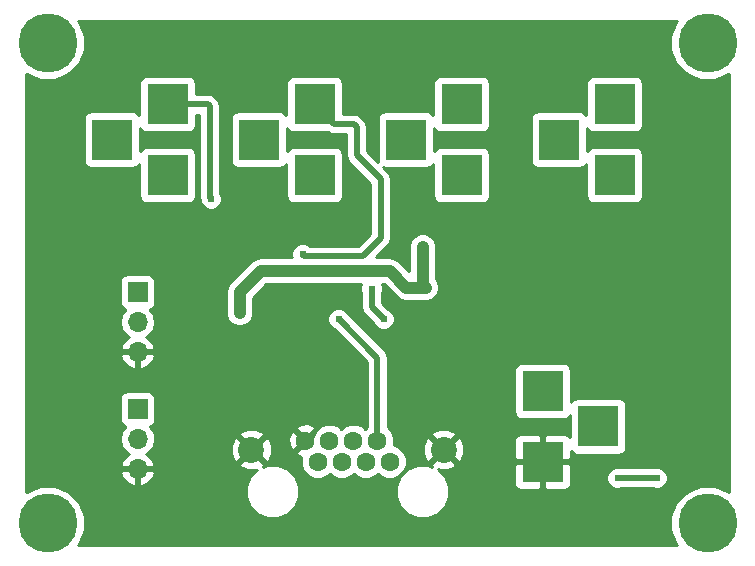
<source format=gbr>
G04 #@! TF.FileFunction,Copper,L2,Bot,Signal*
%FSLAX46Y46*%
G04 Gerber Fmt 4.6, Leading zero omitted, Abs format (unit mm)*
G04 Created by KiCad (PCBNEW 4.0.7) date 06/27/18 16:09:00*
%MOMM*%
%LPD*%
G01*
G04 APERTURE LIST*
%ADD10C,0.100000*%
%ADD11C,2.200000*%
%ADD12C,1.600000*%
%ADD13R,1.700000X1.700000*%
%ADD14O,1.700000X1.700000*%
%ADD15R,3.500000X3.500000*%
%ADD16C,5.000000*%
%ADD17C,1.016000*%
%ADD18C,0.609600*%
%ADD19C,1.016000*%
%ADD20C,0.508000*%
%ADD21C,0.500000*%
%ADD22C,0.254000*%
G04 APERTURE END LIST*
D10*
D11*
X45210000Y-62360000D03*
X61470000Y-62360000D03*
D12*
X52840000Y-63380000D03*
X54870000Y-63380000D03*
X51810000Y-61600000D03*
X53840000Y-61600000D03*
X49780000Y-61600000D03*
X50810000Y-63380000D03*
X55870000Y-61600000D03*
X56900000Y-63380000D03*
D13*
X35560000Y-49022000D03*
D14*
X35560000Y-51562000D03*
X35560000Y-54102000D03*
D13*
X35560000Y-58928000D03*
D14*
X35560000Y-61468000D03*
X35560000Y-64008000D03*
D15*
X69850000Y-57404000D03*
X69850000Y-63404000D03*
X74550000Y-60404000D03*
X38100000Y-39116000D03*
X38100000Y-33116000D03*
X33400000Y-36116000D03*
X50546000Y-39116000D03*
X50546000Y-33116000D03*
X45846000Y-36116000D03*
X62992000Y-39116000D03*
X62992000Y-33116000D03*
X58292000Y-36116000D03*
X75946000Y-39116000D03*
X75946000Y-33116000D03*
X71246000Y-36116000D03*
D16*
X27940000Y-27940000D03*
X83820000Y-27940000D03*
X27940000Y-68580000D03*
X83820000Y-68580000D03*
D17*
X44196000Y-50800000D03*
X59944000Y-48665000D03*
X59690000Y-45212000D03*
D18*
X65532000Y-53086000D03*
X76200000Y-69850000D03*
X41910000Y-42418000D03*
X54356000Y-42672000D03*
X74422000Y-52578000D03*
X78232000Y-51054000D03*
X74168000Y-49784000D03*
X66802000Y-51816000D03*
X67564000Y-42164000D03*
X81026000Y-42672000D03*
X79502000Y-64770000D03*
X76200000Y-64770000D03*
X55372000Y-48768000D03*
X56388000Y-51308000D03*
X52578000Y-51308000D03*
X41783000Y-41148000D03*
X49530000Y-45847000D03*
D19*
X59944000Y-48665000D02*
X58317000Y-48665000D01*
X44196000Y-49022000D02*
X44196000Y-50800000D01*
X45974000Y-47244000D02*
X44196000Y-49022000D01*
X56896000Y-47244000D02*
X45974000Y-47244000D01*
X58317000Y-48665000D02*
X56896000Y-47244000D01*
X59690000Y-48411000D02*
X59690000Y-45212000D01*
X59690000Y-48411000D02*
X59944000Y-48665000D01*
D20*
X76200000Y-64770000D02*
X79502000Y-64770000D01*
X55372000Y-50292000D02*
X55372000Y-48768000D01*
X56388000Y-51308000D02*
X55372000Y-50292000D01*
X55870000Y-61600000D02*
X55870000Y-54600000D01*
X55870000Y-54600000D02*
X52578000Y-51308000D01*
D21*
X41498000Y-33116000D02*
X38100000Y-33116000D01*
X41656000Y-33274000D02*
X41498000Y-33116000D01*
X41656000Y-41021000D02*
X41656000Y-33274000D01*
X41783000Y-41148000D02*
X41656000Y-41021000D01*
X53848000Y-34798000D02*
X52228000Y-34798000D01*
X54102000Y-35052000D02*
X53848000Y-34798000D01*
X54102000Y-37465000D02*
X54102000Y-35052000D01*
X56134000Y-39497000D02*
X54102000Y-37465000D01*
X56134000Y-44450000D02*
X56134000Y-39497000D01*
X54610000Y-45974000D02*
X56134000Y-44450000D01*
X49657000Y-45974000D02*
X54610000Y-45974000D01*
X49530000Y-45847000D02*
X49657000Y-45974000D01*
X52228000Y-34798000D02*
X50546000Y-33116000D01*
D22*
G36*
X81163826Y-26161847D02*
X80685546Y-27313674D01*
X80684457Y-28560854D01*
X81160727Y-29713515D01*
X82041847Y-30596174D01*
X83193674Y-31074454D01*
X84440854Y-31075543D01*
X85593515Y-30599273D01*
X85650000Y-30542886D01*
X85650000Y-65975764D01*
X85598153Y-65923826D01*
X84446326Y-65445546D01*
X83199146Y-65444457D01*
X82046485Y-65920727D01*
X81163826Y-66801847D01*
X80685546Y-67953674D01*
X80684457Y-69200854D01*
X81160727Y-70353515D01*
X81217114Y-70410000D01*
X30544236Y-70410000D01*
X30596174Y-70358153D01*
X31074454Y-69206326D01*
X31075543Y-67959146D01*
X30599273Y-66806485D01*
X29718153Y-65923826D01*
X28566326Y-65445546D01*
X27319146Y-65444457D01*
X26166485Y-65920727D01*
X26110000Y-65977114D01*
X26110000Y-64364890D01*
X34118524Y-64364890D01*
X34288355Y-64774924D01*
X34678642Y-65203183D01*
X35203108Y-65449486D01*
X35433000Y-65328819D01*
X35433000Y-64135000D01*
X35687000Y-64135000D01*
X35687000Y-65328819D01*
X35916892Y-65449486D01*
X36441358Y-65203183D01*
X36831645Y-64774924D01*
X37001476Y-64364890D01*
X36880155Y-64135000D01*
X35687000Y-64135000D01*
X35433000Y-64135000D01*
X34239845Y-64135000D01*
X34118524Y-64364890D01*
X26110000Y-64364890D01*
X26110000Y-61468000D01*
X34045907Y-61468000D01*
X34158946Y-62036285D01*
X34480853Y-62518054D01*
X34821553Y-62745702D01*
X34678642Y-62812817D01*
X34288355Y-63241076D01*
X34118524Y-63651110D01*
X34239845Y-63881000D01*
X35433000Y-63881000D01*
X35433000Y-63861000D01*
X35687000Y-63861000D01*
X35687000Y-63881000D01*
X36880155Y-63881000D01*
X37001476Y-63651110D01*
X36974040Y-63584868D01*
X44164737Y-63584868D01*
X44275641Y-63862099D01*
X44921593Y-64105323D01*
X45611453Y-64082836D01*
X45645645Y-64068673D01*
X45075182Y-64638141D01*
X44730393Y-65468486D01*
X44729609Y-66367570D01*
X45072948Y-67198515D01*
X45708141Y-67834818D01*
X46538486Y-68179607D01*
X47437570Y-68180391D01*
X48268515Y-67837052D01*
X48904818Y-67201859D01*
X49249607Y-66371514D01*
X49249610Y-66367570D01*
X57429609Y-66367570D01*
X57772948Y-67198515D01*
X58408141Y-67834818D01*
X59238486Y-68179607D01*
X60137570Y-68180391D01*
X60968515Y-67837052D01*
X61604818Y-67201859D01*
X61949607Y-66371514D01*
X61950391Y-65472430D01*
X61607052Y-64641485D01*
X61005717Y-64039100D01*
X61181593Y-64105323D01*
X61871453Y-64082836D01*
X62404359Y-63862099D01*
X62473305Y-63689750D01*
X67465000Y-63689750D01*
X67465000Y-65280309D01*
X67561673Y-65513698D01*
X67740301Y-65692327D01*
X67973690Y-65789000D01*
X69564250Y-65789000D01*
X69723000Y-65630250D01*
X69723000Y-63531000D01*
X69977000Y-63531000D01*
X69977000Y-65630250D01*
X70135750Y-65789000D01*
X71726310Y-65789000D01*
X71959699Y-65692327D01*
X72138327Y-65513698D01*
X72235000Y-65280309D01*
X72235000Y-64956118D01*
X75260037Y-64956118D01*
X75402812Y-65301659D01*
X75666951Y-65566259D01*
X76012242Y-65709637D01*
X76386118Y-65709963D01*
X76509458Y-65659000D01*
X79192295Y-65659000D01*
X79314242Y-65709637D01*
X79688118Y-65709963D01*
X80033659Y-65567188D01*
X80298259Y-65303049D01*
X80441637Y-64957758D01*
X80441963Y-64583882D01*
X80299188Y-64238341D01*
X80035049Y-63973741D01*
X79689758Y-63830363D01*
X79315882Y-63830037D01*
X79192542Y-63881000D01*
X76509705Y-63881000D01*
X76387758Y-63830363D01*
X76013882Y-63830037D01*
X75668341Y-63972812D01*
X75403741Y-64236951D01*
X75260363Y-64582242D01*
X75260037Y-64956118D01*
X72235000Y-64956118D01*
X72235000Y-63689750D01*
X72076250Y-63531000D01*
X69977000Y-63531000D01*
X69723000Y-63531000D01*
X67623750Y-63531000D01*
X67465000Y-63689750D01*
X62473305Y-63689750D01*
X62515263Y-63584868D01*
X61470000Y-62539605D01*
X60424737Y-63584868D01*
X60517387Y-63816469D01*
X60141514Y-63660393D01*
X59242430Y-63659609D01*
X58411485Y-64002948D01*
X57775182Y-64638141D01*
X57430393Y-65468486D01*
X57429609Y-66367570D01*
X49249610Y-66367570D01*
X49250391Y-65472430D01*
X48907052Y-64641485D01*
X48271859Y-64005182D01*
X47441514Y-63660393D01*
X46542430Y-63659609D01*
X46162576Y-63816561D01*
X46255263Y-63584868D01*
X45210000Y-62539605D01*
X44164737Y-63584868D01*
X36974040Y-63584868D01*
X36831645Y-63241076D01*
X36441358Y-62812817D01*
X36298447Y-62745702D01*
X36639147Y-62518054D01*
X36937462Y-62071593D01*
X43464677Y-62071593D01*
X43487164Y-62761453D01*
X43707901Y-63294359D01*
X43985132Y-63405263D01*
X45030395Y-62360000D01*
X45389605Y-62360000D01*
X46434868Y-63405263D01*
X46712099Y-63294359D01*
X46955323Y-62648407D01*
X46953998Y-62607745D01*
X48951861Y-62607745D01*
X49025995Y-62853864D01*
X49416406Y-62994193D01*
X49375250Y-63093309D01*
X49374752Y-63664187D01*
X49592757Y-64191800D01*
X49996077Y-64595824D01*
X50523309Y-64814750D01*
X51094187Y-64815248D01*
X51621800Y-64597243D01*
X51825001Y-64394397D01*
X52026077Y-64595824D01*
X52553309Y-64814750D01*
X53124187Y-64815248D01*
X53651800Y-64597243D01*
X53855001Y-64394397D01*
X54056077Y-64595824D01*
X54583309Y-64814750D01*
X55154187Y-64815248D01*
X55681800Y-64597243D01*
X55885001Y-64394397D01*
X56086077Y-64595824D01*
X56613309Y-64814750D01*
X57184187Y-64815248D01*
X57711800Y-64597243D01*
X58115824Y-64193923D01*
X58334750Y-63666691D01*
X58335248Y-63095813D01*
X58117243Y-62568200D01*
X57713923Y-62164176D01*
X57490959Y-62071593D01*
X59724677Y-62071593D01*
X59747164Y-62761453D01*
X59967901Y-63294359D01*
X60245132Y-63405263D01*
X61290395Y-62360000D01*
X61649605Y-62360000D01*
X62694868Y-63405263D01*
X62972099Y-63294359D01*
X63215323Y-62648407D01*
X63192836Y-61958547D01*
X63014370Y-61527691D01*
X67465000Y-61527691D01*
X67465000Y-63118250D01*
X67623750Y-63277000D01*
X69723000Y-63277000D01*
X69723000Y-61177750D01*
X69564250Y-61019000D01*
X67973690Y-61019000D01*
X67740301Y-61115673D01*
X67561673Y-61294302D01*
X67465000Y-61527691D01*
X63014370Y-61527691D01*
X62972099Y-61425641D01*
X62694868Y-61314737D01*
X61649605Y-62360000D01*
X61290395Y-62360000D01*
X60245132Y-61314737D01*
X59967901Y-61425641D01*
X59724677Y-62071593D01*
X57490959Y-62071593D01*
X57266648Y-61978451D01*
X57304750Y-61886691D01*
X57305248Y-61315813D01*
X57230593Y-61135132D01*
X60424737Y-61135132D01*
X61470000Y-62180395D01*
X62515263Y-61135132D01*
X62404359Y-60857901D01*
X61758407Y-60614677D01*
X61068547Y-60637164D01*
X60535641Y-60857901D01*
X60424737Y-61135132D01*
X57230593Y-61135132D01*
X57087243Y-60788200D01*
X56759000Y-60459384D01*
X56759000Y-55654000D01*
X67452560Y-55654000D01*
X67452560Y-59154000D01*
X67496838Y-59389317D01*
X67635910Y-59605441D01*
X67848110Y-59750431D01*
X68100000Y-59801440D01*
X71600000Y-59801440D01*
X71835317Y-59757162D01*
X72051441Y-59618090D01*
X72152560Y-59470097D01*
X72152560Y-61328663D01*
X72138327Y-61294302D01*
X71959699Y-61115673D01*
X71726310Y-61019000D01*
X70135750Y-61019000D01*
X69977000Y-61177750D01*
X69977000Y-63277000D01*
X72076250Y-63277000D01*
X72235000Y-63118250D01*
X72235000Y-62448622D01*
X72335910Y-62605441D01*
X72548110Y-62750431D01*
X72800000Y-62801440D01*
X76300000Y-62801440D01*
X76535317Y-62757162D01*
X76751441Y-62618090D01*
X76896431Y-62405890D01*
X76947440Y-62154000D01*
X76947440Y-58654000D01*
X76903162Y-58418683D01*
X76764090Y-58202559D01*
X76551890Y-58057569D01*
X76300000Y-58006560D01*
X72800000Y-58006560D01*
X72564683Y-58050838D01*
X72348559Y-58189910D01*
X72247440Y-58337903D01*
X72247440Y-55654000D01*
X72203162Y-55418683D01*
X72064090Y-55202559D01*
X71851890Y-55057569D01*
X71600000Y-55006560D01*
X68100000Y-55006560D01*
X67864683Y-55050838D01*
X67648559Y-55189910D01*
X67503569Y-55402110D01*
X67452560Y-55654000D01*
X56759000Y-55654000D01*
X56759000Y-54600000D01*
X56691329Y-54259794D01*
X56498618Y-53971382D01*
X53425612Y-50898376D01*
X53375188Y-50776341D01*
X53111049Y-50511741D01*
X52765758Y-50368363D01*
X52391882Y-50368037D01*
X52046341Y-50510812D01*
X51781741Y-50774951D01*
X51638363Y-51120242D01*
X51638037Y-51494118D01*
X51780812Y-51839659D01*
X52044951Y-52104259D01*
X52168201Y-52155437D01*
X54981000Y-54968236D01*
X54981000Y-60459822D01*
X54854999Y-60585603D01*
X54653923Y-60384176D01*
X54126691Y-60165250D01*
X53555813Y-60164752D01*
X53028200Y-60382757D01*
X52824999Y-60585603D01*
X52623923Y-60384176D01*
X52096691Y-60165250D01*
X51525813Y-60164752D01*
X50998200Y-60382757D01*
X50594176Y-60786077D01*
X50466819Y-61092787D01*
X49959605Y-61600000D01*
X49973748Y-61614143D01*
X49794143Y-61793748D01*
X49780000Y-61779605D01*
X48951861Y-62607745D01*
X46953998Y-62607745D01*
X46932836Y-61958547D01*
X46712099Y-61425641D01*
X46606066Y-61383223D01*
X48333035Y-61383223D01*
X48360222Y-61953454D01*
X48526136Y-62354005D01*
X48772255Y-62428139D01*
X49600395Y-61600000D01*
X48772255Y-60771861D01*
X48526136Y-60845995D01*
X48333035Y-61383223D01*
X46606066Y-61383223D01*
X46434868Y-61314737D01*
X45389605Y-62360000D01*
X45030395Y-62360000D01*
X43985132Y-61314737D01*
X43707901Y-61425641D01*
X43464677Y-62071593D01*
X36937462Y-62071593D01*
X36961054Y-62036285D01*
X37074093Y-61468000D01*
X37007882Y-61135132D01*
X44164737Y-61135132D01*
X45210000Y-62180395D01*
X46255263Y-61135132D01*
X46144359Y-60857901D01*
X45498407Y-60614677D01*
X44808547Y-60637164D01*
X44275641Y-60857901D01*
X44164737Y-61135132D01*
X37007882Y-61135132D01*
X36961054Y-60899715D01*
X36755617Y-60592255D01*
X48951861Y-60592255D01*
X49780000Y-61420395D01*
X50608139Y-60592255D01*
X50534005Y-60346136D01*
X49996777Y-60153035D01*
X49426546Y-60180222D01*
X49025995Y-60346136D01*
X48951861Y-60592255D01*
X36755617Y-60592255D01*
X36639147Y-60417946D01*
X36597548Y-60390150D01*
X36645317Y-60381162D01*
X36861441Y-60242090D01*
X37006431Y-60029890D01*
X37057440Y-59778000D01*
X37057440Y-58078000D01*
X37013162Y-57842683D01*
X36874090Y-57626559D01*
X36661890Y-57481569D01*
X36410000Y-57430560D01*
X34710000Y-57430560D01*
X34474683Y-57474838D01*
X34258559Y-57613910D01*
X34113569Y-57826110D01*
X34062560Y-58078000D01*
X34062560Y-59778000D01*
X34106838Y-60013317D01*
X34245910Y-60229441D01*
X34458110Y-60374431D01*
X34525541Y-60388086D01*
X34480853Y-60417946D01*
X34158946Y-60899715D01*
X34045907Y-61468000D01*
X26110000Y-61468000D01*
X26110000Y-54458890D01*
X34118524Y-54458890D01*
X34288355Y-54868924D01*
X34678642Y-55297183D01*
X35203108Y-55543486D01*
X35433000Y-55422819D01*
X35433000Y-54229000D01*
X35687000Y-54229000D01*
X35687000Y-55422819D01*
X35916892Y-55543486D01*
X36441358Y-55297183D01*
X36831645Y-54868924D01*
X37001476Y-54458890D01*
X36880155Y-54229000D01*
X35687000Y-54229000D01*
X35433000Y-54229000D01*
X34239845Y-54229000D01*
X34118524Y-54458890D01*
X26110000Y-54458890D01*
X26110000Y-51562000D01*
X34045907Y-51562000D01*
X34158946Y-52130285D01*
X34480853Y-52612054D01*
X34821553Y-52839702D01*
X34678642Y-52906817D01*
X34288355Y-53335076D01*
X34118524Y-53745110D01*
X34239845Y-53975000D01*
X35433000Y-53975000D01*
X35433000Y-53955000D01*
X35687000Y-53955000D01*
X35687000Y-53975000D01*
X36880155Y-53975000D01*
X37001476Y-53745110D01*
X36831645Y-53335076D01*
X36441358Y-52906817D01*
X36298447Y-52839702D01*
X36639147Y-52612054D01*
X36961054Y-52130285D01*
X37074093Y-51562000D01*
X36967548Y-51026359D01*
X43052802Y-51026359D01*
X43226446Y-51446612D01*
X43547697Y-51768423D01*
X43967646Y-51942801D01*
X44422359Y-51943198D01*
X44842612Y-51769554D01*
X45164423Y-51448303D01*
X45338801Y-51028354D01*
X45339198Y-50573641D01*
X45339000Y-50573162D01*
X45339000Y-49495446D01*
X46447446Y-48387000D01*
X54512604Y-48387000D01*
X54432363Y-48580242D01*
X54432037Y-48954118D01*
X54483000Y-49077458D01*
X54483000Y-50292000D01*
X54550671Y-50632206D01*
X54646979Y-50776341D01*
X54743382Y-50920618D01*
X55540388Y-51717624D01*
X55590812Y-51839659D01*
X55854951Y-52104259D01*
X56200242Y-52247637D01*
X56574118Y-52247963D01*
X56919659Y-52105188D01*
X57184259Y-51841049D01*
X57327637Y-51495758D01*
X57327963Y-51121882D01*
X57185188Y-50776341D01*
X56921049Y-50511741D01*
X56797799Y-50460563D01*
X56261000Y-49923764D01*
X56261000Y-49077705D01*
X56311637Y-48955758D01*
X56311963Y-48581882D01*
X56231439Y-48387000D01*
X56422554Y-48387000D01*
X57508777Y-49473223D01*
X57879593Y-49720994D01*
X58317000Y-49808000D01*
X59943575Y-49808000D01*
X60170359Y-49808198D01*
X60590612Y-49634554D01*
X60912423Y-49313303D01*
X61086801Y-48893354D01*
X61087198Y-48438641D01*
X60913554Y-48018388D01*
X60833000Y-47937694D01*
X60833000Y-45212000D01*
X60833198Y-44985641D01*
X60659554Y-44565388D01*
X60338303Y-44243577D01*
X59918354Y-44069199D01*
X59463641Y-44068802D01*
X59043388Y-44242446D01*
X58721577Y-44563697D01*
X58547199Y-44983646D01*
X58546802Y-45438359D01*
X58547000Y-45438838D01*
X58547000Y-47278554D01*
X57704223Y-46435777D01*
X57333407Y-46188006D01*
X56896000Y-46101000D01*
X55734580Y-46101000D01*
X56759787Y-45075792D01*
X56759790Y-45075790D01*
X56951633Y-44788675D01*
X57019000Y-44450000D01*
X57019000Y-39497005D01*
X57019001Y-39497000D01*
X56951633Y-39158326D01*
X56951633Y-39158325D01*
X56759790Y-38871210D01*
X56759787Y-38871208D01*
X56366474Y-38477895D01*
X56542000Y-38513440D01*
X60042000Y-38513440D01*
X60277317Y-38469162D01*
X60493441Y-38330090D01*
X60594560Y-38182097D01*
X60594560Y-40866000D01*
X60638838Y-41101317D01*
X60777910Y-41317441D01*
X60990110Y-41462431D01*
X61242000Y-41513440D01*
X64742000Y-41513440D01*
X64977317Y-41469162D01*
X65193441Y-41330090D01*
X65338431Y-41117890D01*
X65389440Y-40866000D01*
X65389440Y-37366000D01*
X65345162Y-37130683D01*
X65206090Y-36914559D01*
X64993890Y-36769569D01*
X64742000Y-36718560D01*
X61242000Y-36718560D01*
X61006683Y-36762838D01*
X60790559Y-36901910D01*
X60689440Y-37049903D01*
X60689440Y-35179955D01*
X60777910Y-35317441D01*
X60990110Y-35462431D01*
X61242000Y-35513440D01*
X64742000Y-35513440D01*
X64977317Y-35469162D01*
X65193441Y-35330090D01*
X65338431Y-35117890D01*
X65389440Y-34866000D01*
X65389440Y-34366000D01*
X68848560Y-34366000D01*
X68848560Y-37866000D01*
X68892838Y-38101317D01*
X69031910Y-38317441D01*
X69244110Y-38462431D01*
X69496000Y-38513440D01*
X72996000Y-38513440D01*
X73231317Y-38469162D01*
X73447441Y-38330090D01*
X73548560Y-38182097D01*
X73548560Y-40866000D01*
X73592838Y-41101317D01*
X73731910Y-41317441D01*
X73944110Y-41462431D01*
X74196000Y-41513440D01*
X77696000Y-41513440D01*
X77931317Y-41469162D01*
X78147441Y-41330090D01*
X78292431Y-41117890D01*
X78343440Y-40866000D01*
X78343440Y-37366000D01*
X78299162Y-37130683D01*
X78160090Y-36914559D01*
X77947890Y-36769569D01*
X77696000Y-36718560D01*
X74196000Y-36718560D01*
X73960683Y-36762838D01*
X73744559Y-36901910D01*
X73643440Y-37049903D01*
X73643440Y-35179955D01*
X73731910Y-35317441D01*
X73944110Y-35462431D01*
X74196000Y-35513440D01*
X77696000Y-35513440D01*
X77931317Y-35469162D01*
X78147441Y-35330090D01*
X78292431Y-35117890D01*
X78343440Y-34866000D01*
X78343440Y-31366000D01*
X78299162Y-31130683D01*
X78160090Y-30914559D01*
X77947890Y-30769569D01*
X77696000Y-30718560D01*
X74196000Y-30718560D01*
X73960683Y-30762838D01*
X73744559Y-30901910D01*
X73599569Y-31114110D01*
X73548560Y-31366000D01*
X73548560Y-34052045D01*
X73460090Y-33914559D01*
X73247890Y-33769569D01*
X72996000Y-33718560D01*
X69496000Y-33718560D01*
X69260683Y-33762838D01*
X69044559Y-33901910D01*
X68899569Y-34114110D01*
X68848560Y-34366000D01*
X65389440Y-34366000D01*
X65389440Y-31366000D01*
X65345162Y-31130683D01*
X65206090Y-30914559D01*
X64993890Y-30769569D01*
X64742000Y-30718560D01*
X61242000Y-30718560D01*
X61006683Y-30762838D01*
X60790559Y-30901910D01*
X60645569Y-31114110D01*
X60594560Y-31366000D01*
X60594560Y-34052045D01*
X60506090Y-33914559D01*
X60293890Y-33769569D01*
X60042000Y-33718560D01*
X56542000Y-33718560D01*
X56306683Y-33762838D01*
X56090559Y-33901910D01*
X55945569Y-34114110D01*
X55894560Y-34366000D01*
X55894560Y-37866000D01*
X55927004Y-38038425D01*
X54987000Y-37098420D01*
X54987000Y-35052005D01*
X54987001Y-35052000D01*
X54919633Y-34713325D01*
X54727790Y-34426210D01*
X54727787Y-34426208D01*
X54473790Y-34172210D01*
X54411640Y-34130683D01*
X54186675Y-33980367D01*
X54130484Y-33969190D01*
X53848000Y-33912999D01*
X53847995Y-33913000D01*
X52943440Y-33913000D01*
X52943440Y-31366000D01*
X52899162Y-31130683D01*
X52760090Y-30914559D01*
X52547890Y-30769569D01*
X52296000Y-30718560D01*
X48796000Y-30718560D01*
X48560683Y-30762838D01*
X48344559Y-30901910D01*
X48199569Y-31114110D01*
X48148560Y-31366000D01*
X48148560Y-34052045D01*
X48060090Y-33914559D01*
X47847890Y-33769569D01*
X47596000Y-33718560D01*
X44096000Y-33718560D01*
X43860683Y-33762838D01*
X43644559Y-33901910D01*
X43499569Y-34114110D01*
X43448560Y-34366000D01*
X43448560Y-37866000D01*
X43492838Y-38101317D01*
X43631910Y-38317441D01*
X43844110Y-38462431D01*
X44096000Y-38513440D01*
X47596000Y-38513440D01*
X47831317Y-38469162D01*
X48047441Y-38330090D01*
X48148560Y-38182097D01*
X48148560Y-40866000D01*
X48192838Y-41101317D01*
X48331910Y-41317441D01*
X48544110Y-41462431D01*
X48796000Y-41513440D01*
X52296000Y-41513440D01*
X52531317Y-41469162D01*
X52747441Y-41330090D01*
X52892431Y-41117890D01*
X52943440Y-40866000D01*
X52943440Y-37366000D01*
X52899162Y-37130683D01*
X52760090Y-36914559D01*
X52547890Y-36769569D01*
X52296000Y-36718560D01*
X48796000Y-36718560D01*
X48560683Y-36762838D01*
X48344559Y-36901910D01*
X48243440Y-37049903D01*
X48243440Y-35179955D01*
X48331910Y-35317441D01*
X48544110Y-35462431D01*
X48796000Y-35513440D01*
X51736381Y-35513440D01*
X51889325Y-35615633D01*
X52228000Y-35683001D01*
X52228005Y-35683000D01*
X53217000Y-35683000D01*
X53217000Y-37464995D01*
X53216999Y-37465000D01*
X53273190Y-37747484D01*
X53284367Y-37803675D01*
X53476210Y-38090790D01*
X55249000Y-39863579D01*
X55249000Y-44083421D01*
X54243420Y-45089000D01*
X50101241Y-45089000D01*
X50063049Y-45050741D01*
X49717758Y-44907363D01*
X49343882Y-44907037D01*
X48998341Y-45049812D01*
X48733741Y-45313951D01*
X48590363Y-45659242D01*
X48590037Y-46033118D01*
X48618085Y-46101000D01*
X45974000Y-46101000D01*
X45536593Y-46188006D01*
X45165777Y-46435777D01*
X43387777Y-48213777D01*
X43140006Y-48584593D01*
X43053000Y-49022000D01*
X43053000Y-50799575D01*
X43052802Y-51026359D01*
X36967548Y-51026359D01*
X36961054Y-50993715D01*
X36639147Y-50511946D01*
X36597548Y-50484150D01*
X36645317Y-50475162D01*
X36861441Y-50336090D01*
X37006431Y-50123890D01*
X37057440Y-49872000D01*
X37057440Y-48172000D01*
X37013162Y-47936683D01*
X36874090Y-47720559D01*
X36661890Y-47575569D01*
X36410000Y-47524560D01*
X34710000Y-47524560D01*
X34474683Y-47568838D01*
X34258559Y-47707910D01*
X34113569Y-47920110D01*
X34062560Y-48172000D01*
X34062560Y-49872000D01*
X34106838Y-50107317D01*
X34245910Y-50323441D01*
X34458110Y-50468431D01*
X34525541Y-50482086D01*
X34480853Y-50511946D01*
X34158946Y-50993715D01*
X34045907Y-51562000D01*
X26110000Y-51562000D01*
X26110000Y-34366000D01*
X31002560Y-34366000D01*
X31002560Y-37866000D01*
X31046838Y-38101317D01*
X31185910Y-38317441D01*
X31398110Y-38462431D01*
X31650000Y-38513440D01*
X35150000Y-38513440D01*
X35385317Y-38469162D01*
X35601441Y-38330090D01*
X35702560Y-38182097D01*
X35702560Y-40866000D01*
X35746838Y-41101317D01*
X35885910Y-41317441D01*
X36098110Y-41462431D01*
X36350000Y-41513440D01*
X39850000Y-41513440D01*
X40085317Y-41469162D01*
X40301441Y-41330090D01*
X40446431Y-41117890D01*
X40497440Y-40866000D01*
X40497440Y-37366000D01*
X40453162Y-37130683D01*
X40314090Y-36914559D01*
X40101890Y-36769569D01*
X39850000Y-36718560D01*
X36350000Y-36718560D01*
X36114683Y-36762838D01*
X35898559Y-36901910D01*
X35797440Y-37049903D01*
X35797440Y-35179955D01*
X35885910Y-35317441D01*
X36098110Y-35462431D01*
X36350000Y-35513440D01*
X39850000Y-35513440D01*
X40085317Y-35469162D01*
X40301441Y-35330090D01*
X40446431Y-35117890D01*
X40497440Y-34866000D01*
X40497440Y-34001000D01*
X40771000Y-34001000D01*
X40771000Y-41020995D01*
X40770999Y-41021000D01*
X40827190Y-41303484D01*
X40838367Y-41359675D01*
X40878277Y-41419405D01*
X40985812Y-41679659D01*
X41249951Y-41944259D01*
X41595242Y-42087637D01*
X41969118Y-42087963D01*
X42314659Y-41945188D01*
X42579259Y-41681049D01*
X42722637Y-41335758D01*
X42722963Y-40961882D01*
X42580188Y-40616341D01*
X42541000Y-40577085D01*
X42541000Y-33274005D01*
X42541001Y-33274000D01*
X42473633Y-32935326D01*
X42473633Y-32935325D01*
X42281790Y-32648210D01*
X42281787Y-32648208D01*
X42123790Y-32490210D01*
X42073140Y-32456367D01*
X41836675Y-32298367D01*
X41780484Y-32287190D01*
X41498000Y-32230999D01*
X41497995Y-32231000D01*
X40497440Y-32231000D01*
X40497440Y-31366000D01*
X40453162Y-31130683D01*
X40314090Y-30914559D01*
X40101890Y-30769569D01*
X39850000Y-30718560D01*
X36350000Y-30718560D01*
X36114683Y-30762838D01*
X35898559Y-30901910D01*
X35753569Y-31114110D01*
X35702560Y-31366000D01*
X35702560Y-34052045D01*
X35614090Y-33914559D01*
X35401890Y-33769569D01*
X35150000Y-33718560D01*
X31650000Y-33718560D01*
X31414683Y-33762838D01*
X31198559Y-33901910D01*
X31053569Y-34114110D01*
X31002560Y-34366000D01*
X26110000Y-34366000D01*
X26110000Y-30544236D01*
X26161847Y-30596174D01*
X27313674Y-31074454D01*
X28560854Y-31075543D01*
X29713515Y-30599273D01*
X30596174Y-29718153D01*
X31074454Y-28566326D01*
X31075543Y-27319146D01*
X30599273Y-26166485D01*
X30542886Y-26110000D01*
X81215764Y-26110000D01*
X81163826Y-26161847D01*
X81163826Y-26161847D01*
G37*
X81163826Y-26161847D02*
X80685546Y-27313674D01*
X80684457Y-28560854D01*
X81160727Y-29713515D01*
X82041847Y-30596174D01*
X83193674Y-31074454D01*
X84440854Y-31075543D01*
X85593515Y-30599273D01*
X85650000Y-30542886D01*
X85650000Y-65975764D01*
X85598153Y-65923826D01*
X84446326Y-65445546D01*
X83199146Y-65444457D01*
X82046485Y-65920727D01*
X81163826Y-66801847D01*
X80685546Y-67953674D01*
X80684457Y-69200854D01*
X81160727Y-70353515D01*
X81217114Y-70410000D01*
X30544236Y-70410000D01*
X30596174Y-70358153D01*
X31074454Y-69206326D01*
X31075543Y-67959146D01*
X30599273Y-66806485D01*
X29718153Y-65923826D01*
X28566326Y-65445546D01*
X27319146Y-65444457D01*
X26166485Y-65920727D01*
X26110000Y-65977114D01*
X26110000Y-64364890D01*
X34118524Y-64364890D01*
X34288355Y-64774924D01*
X34678642Y-65203183D01*
X35203108Y-65449486D01*
X35433000Y-65328819D01*
X35433000Y-64135000D01*
X35687000Y-64135000D01*
X35687000Y-65328819D01*
X35916892Y-65449486D01*
X36441358Y-65203183D01*
X36831645Y-64774924D01*
X37001476Y-64364890D01*
X36880155Y-64135000D01*
X35687000Y-64135000D01*
X35433000Y-64135000D01*
X34239845Y-64135000D01*
X34118524Y-64364890D01*
X26110000Y-64364890D01*
X26110000Y-61468000D01*
X34045907Y-61468000D01*
X34158946Y-62036285D01*
X34480853Y-62518054D01*
X34821553Y-62745702D01*
X34678642Y-62812817D01*
X34288355Y-63241076D01*
X34118524Y-63651110D01*
X34239845Y-63881000D01*
X35433000Y-63881000D01*
X35433000Y-63861000D01*
X35687000Y-63861000D01*
X35687000Y-63881000D01*
X36880155Y-63881000D01*
X37001476Y-63651110D01*
X36974040Y-63584868D01*
X44164737Y-63584868D01*
X44275641Y-63862099D01*
X44921593Y-64105323D01*
X45611453Y-64082836D01*
X45645645Y-64068673D01*
X45075182Y-64638141D01*
X44730393Y-65468486D01*
X44729609Y-66367570D01*
X45072948Y-67198515D01*
X45708141Y-67834818D01*
X46538486Y-68179607D01*
X47437570Y-68180391D01*
X48268515Y-67837052D01*
X48904818Y-67201859D01*
X49249607Y-66371514D01*
X49249610Y-66367570D01*
X57429609Y-66367570D01*
X57772948Y-67198515D01*
X58408141Y-67834818D01*
X59238486Y-68179607D01*
X60137570Y-68180391D01*
X60968515Y-67837052D01*
X61604818Y-67201859D01*
X61949607Y-66371514D01*
X61950391Y-65472430D01*
X61607052Y-64641485D01*
X61005717Y-64039100D01*
X61181593Y-64105323D01*
X61871453Y-64082836D01*
X62404359Y-63862099D01*
X62473305Y-63689750D01*
X67465000Y-63689750D01*
X67465000Y-65280309D01*
X67561673Y-65513698D01*
X67740301Y-65692327D01*
X67973690Y-65789000D01*
X69564250Y-65789000D01*
X69723000Y-65630250D01*
X69723000Y-63531000D01*
X69977000Y-63531000D01*
X69977000Y-65630250D01*
X70135750Y-65789000D01*
X71726310Y-65789000D01*
X71959699Y-65692327D01*
X72138327Y-65513698D01*
X72235000Y-65280309D01*
X72235000Y-64956118D01*
X75260037Y-64956118D01*
X75402812Y-65301659D01*
X75666951Y-65566259D01*
X76012242Y-65709637D01*
X76386118Y-65709963D01*
X76509458Y-65659000D01*
X79192295Y-65659000D01*
X79314242Y-65709637D01*
X79688118Y-65709963D01*
X80033659Y-65567188D01*
X80298259Y-65303049D01*
X80441637Y-64957758D01*
X80441963Y-64583882D01*
X80299188Y-64238341D01*
X80035049Y-63973741D01*
X79689758Y-63830363D01*
X79315882Y-63830037D01*
X79192542Y-63881000D01*
X76509705Y-63881000D01*
X76387758Y-63830363D01*
X76013882Y-63830037D01*
X75668341Y-63972812D01*
X75403741Y-64236951D01*
X75260363Y-64582242D01*
X75260037Y-64956118D01*
X72235000Y-64956118D01*
X72235000Y-63689750D01*
X72076250Y-63531000D01*
X69977000Y-63531000D01*
X69723000Y-63531000D01*
X67623750Y-63531000D01*
X67465000Y-63689750D01*
X62473305Y-63689750D01*
X62515263Y-63584868D01*
X61470000Y-62539605D01*
X60424737Y-63584868D01*
X60517387Y-63816469D01*
X60141514Y-63660393D01*
X59242430Y-63659609D01*
X58411485Y-64002948D01*
X57775182Y-64638141D01*
X57430393Y-65468486D01*
X57429609Y-66367570D01*
X49249610Y-66367570D01*
X49250391Y-65472430D01*
X48907052Y-64641485D01*
X48271859Y-64005182D01*
X47441514Y-63660393D01*
X46542430Y-63659609D01*
X46162576Y-63816561D01*
X46255263Y-63584868D01*
X45210000Y-62539605D01*
X44164737Y-63584868D01*
X36974040Y-63584868D01*
X36831645Y-63241076D01*
X36441358Y-62812817D01*
X36298447Y-62745702D01*
X36639147Y-62518054D01*
X36937462Y-62071593D01*
X43464677Y-62071593D01*
X43487164Y-62761453D01*
X43707901Y-63294359D01*
X43985132Y-63405263D01*
X45030395Y-62360000D01*
X45389605Y-62360000D01*
X46434868Y-63405263D01*
X46712099Y-63294359D01*
X46955323Y-62648407D01*
X46953998Y-62607745D01*
X48951861Y-62607745D01*
X49025995Y-62853864D01*
X49416406Y-62994193D01*
X49375250Y-63093309D01*
X49374752Y-63664187D01*
X49592757Y-64191800D01*
X49996077Y-64595824D01*
X50523309Y-64814750D01*
X51094187Y-64815248D01*
X51621800Y-64597243D01*
X51825001Y-64394397D01*
X52026077Y-64595824D01*
X52553309Y-64814750D01*
X53124187Y-64815248D01*
X53651800Y-64597243D01*
X53855001Y-64394397D01*
X54056077Y-64595824D01*
X54583309Y-64814750D01*
X55154187Y-64815248D01*
X55681800Y-64597243D01*
X55885001Y-64394397D01*
X56086077Y-64595824D01*
X56613309Y-64814750D01*
X57184187Y-64815248D01*
X57711800Y-64597243D01*
X58115824Y-64193923D01*
X58334750Y-63666691D01*
X58335248Y-63095813D01*
X58117243Y-62568200D01*
X57713923Y-62164176D01*
X57490959Y-62071593D01*
X59724677Y-62071593D01*
X59747164Y-62761453D01*
X59967901Y-63294359D01*
X60245132Y-63405263D01*
X61290395Y-62360000D01*
X61649605Y-62360000D01*
X62694868Y-63405263D01*
X62972099Y-63294359D01*
X63215323Y-62648407D01*
X63192836Y-61958547D01*
X63014370Y-61527691D01*
X67465000Y-61527691D01*
X67465000Y-63118250D01*
X67623750Y-63277000D01*
X69723000Y-63277000D01*
X69723000Y-61177750D01*
X69564250Y-61019000D01*
X67973690Y-61019000D01*
X67740301Y-61115673D01*
X67561673Y-61294302D01*
X67465000Y-61527691D01*
X63014370Y-61527691D01*
X62972099Y-61425641D01*
X62694868Y-61314737D01*
X61649605Y-62360000D01*
X61290395Y-62360000D01*
X60245132Y-61314737D01*
X59967901Y-61425641D01*
X59724677Y-62071593D01*
X57490959Y-62071593D01*
X57266648Y-61978451D01*
X57304750Y-61886691D01*
X57305248Y-61315813D01*
X57230593Y-61135132D01*
X60424737Y-61135132D01*
X61470000Y-62180395D01*
X62515263Y-61135132D01*
X62404359Y-60857901D01*
X61758407Y-60614677D01*
X61068547Y-60637164D01*
X60535641Y-60857901D01*
X60424737Y-61135132D01*
X57230593Y-61135132D01*
X57087243Y-60788200D01*
X56759000Y-60459384D01*
X56759000Y-55654000D01*
X67452560Y-55654000D01*
X67452560Y-59154000D01*
X67496838Y-59389317D01*
X67635910Y-59605441D01*
X67848110Y-59750431D01*
X68100000Y-59801440D01*
X71600000Y-59801440D01*
X71835317Y-59757162D01*
X72051441Y-59618090D01*
X72152560Y-59470097D01*
X72152560Y-61328663D01*
X72138327Y-61294302D01*
X71959699Y-61115673D01*
X71726310Y-61019000D01*
X70135750Y-61019000D01*
X69977000Y-61177750D01*
X69977000Y-63277000D01*
X72076250Y-63277000D01*
X72235000Y-63118250D01*
X72235000Y-62448622D01*
X72335910Y-62605441D01*
X72548110Y-62750431D01*
X72800000Y-62801440D01*
X76300000Y-62801440D01*
X76535317Y-62757162D01*
X76751441Y-62618090D01*
X76896431Y-62405890D01*
X76947440Y-62154000D01*
X76947440Y-58654000D01*
X76903162Y-58418683D01*
X76764090Y-58202559D01*
X76551890Y-58057569D01*
X76300000Y-58006560D01*
X72800000Y-58006560D01*
X72564683Y-58050838D01*
X72348559Y-58189910D01*
X72247440Y-58337903D01*
X72247440Y-55654000D01*
X72203162Y-55418683D01*
X72064090Y-55202559D01*
X71851890Y-55057569D01*
X71600000Y-55006560D01*
X68100000Y-55006560D01*
X67864683Y-55050838D01*
X67648559Y-55189910D01*
X67503569Y-55402110D01*
X67452560Y-55654000D01*
X56759000Y-55654000D01*
X56759000Y-54600000D01*
X56691329Y-54259794D01*
X56498618Y-53971382D01*
X53425612Y-50898376D01*
X53375188Y-50776341D01*
X53111049Y-50511741D01*
X52765758Y-50368363D01*
X52391882Y-50368037D01*
X52046341Y-50510812D01*
X51781741Y-50774951D01*
X51638363Y-51120242D01*
X51638037Y-51494118D01*
X51780812Y-51839659D01*
X52044951Y-52104259D01*
X52168201Y-52155437D01*
X54981000Y-54968236D01*
X54981000Y-60459822D01*
X54854999Y-60585603D01*
X54653923Y-60384176D01*
X54126691Y-60165250D01*
X53555813Y-60164752D01*
X53028200Y-60382757D01*
X52824999Y-60585603D01*
X52623923Y-60384176D01*
X52096691Y-60165250D01*
X51525813Y-60164752D01*
X50998200Y-60382757D01*
X50594176Y-60786077D01*
X50466819Y-61092787D01*
X49959605Y-61600000D01*
X49973748Y-61614143D01*
X49794143Y-61793748D01*
X49780000Y-61779605D01*
X48951861Y-62607745D01*
X46953998Y-62607745D01*
X46932836Y-61958547D01*
X46712099Y-61425641D01*
X46606066Y-61383223D01*
X48333035Y-61383223D01*
X48360222Y-61953454D01*
X48526136Y-62354005D01*
X48772255Y-62428139D01*
X49600395Y-61600000D01*
X48772255Y-60771861D01*
X48526136Y-60845995D01*
X48333035Y-61383223D01*
X46606066Y-61383223D01*
X46434868Y-61314737D01*
X45389605Y-62360000D01*
X45030395Y-62360000D01*
X43985132Y-61314737D01*
X43707901Y-61425641D01*
X43464677Y-62071593D01*
X36937462Y-62071593D01*
X36961054Y-62036285D01*
X37074093Y-61468000D01*
X37007882Y-61135132D01*
X44164737Y-61135132D01*
X45210000Y-62180395D01*
X46255263Y-61135132D01*
X46144359Y-60857901D01*
X45498407Y-60614677D01*
X44808547Y-60637164D01*
X44275641Y-60857901D01*
X44164737Y-61135132D01*
X37007882Y-61135132D01*
X36961054Y-60899715D01*
X36755617Y-60592255D01*
X48951861Y-60592255D01*
X49780000Y-61420395D01*
X50608139Y-60592255D01*
X50534005Y-60346136D01*
X49996777Y-60153035D01*
X49426546Y-60180222D01*
X49025995Y-60346136D01*
X48951861Y-60592255D01*
X36755617Y-60592255D01*
X36639147Y-60417946D01*
X36597548Y-60390150D01*
X36645317Y-60381162D01*
X36861441Y-60242090D01*
X37006431Y-60029890D01*
X37057440Y-59778000D01*
X37057440Y-58078000D01*
X37013162Y-57842683D01*
X36874090Y-57626559D01*
X36661890Y-57481569D01*
X36410000Y-57430560D01*
X34710000Y-57430560D01*
X34474683Y-57474838D01*
X34258559Y-57613910D01*
X34113569Y-57826110D01*
X34062560Y-58078000D01*
X34062560Y-59778000D01*
X34106838Y-60013317D01*
X34245910Y-60229441D01*
X34458110Y-60374431D01*
X34525541Y-60388086D01*
X34480853Y-60417946D01*
X34158946Y-60899715D01*
X34045907Y-61468000D01*
X26110000Y-61468000D01*
X26110000Y-54458890D01*
X34118524Y-54458890D01*
X34288355Y-54868924D01*
X34678642Y-55297183D01*
X35203108Y-55543486D01*
X35433000Y-55422819D01*
X35433000Y-54229000D01*
X35687000Y-54229000D01*
X35687000Y-55422819D01*
X35916892Y-55543486D01*
X36441358Y-55297183D01*
X36831645Y-54868924D01*
X37001476Y-54458890D01*
X36880155Y-54229000D01*
X35687000Y-54229000D01*
X35433000Y-54229000D01*
X34239845Y-54229000D01*
X34118524Y-54458890D01*
X26110000Y-54458890D01*
X26110000Y-51562000D01*
X34045907Y-51562000D01*
X34158946Y-52130285D01*
X34480853Y-52612054D01*
X34821553Y-52839702D01*
X34678642Y-52906817D01*
X34288355Y-53335076D01*
X34118524Y-53745110D01*
X34239845Y-53975000D01*
X35433000Y-53975000D01*
X35433000Y-53955000D01*
X35687000Y-53955000D01*
X35687000Y-53975000D01*
X36880155Y-53975000D01*
X37001476Y-53745110D01*
X36831645Y-53335076D01*
X36441358Y-52906817D01*
X36298447Y-52839702D01*
X36639147Y-52612054D01*
X36961054Y-52130285D01*
X37074093Y-51562000D01*
X36967548Y-51026359D01*
X43052802Y-51026359D01*
X43226446Y-51446612D01*
X43547697Y-51768423D01*
X43967646Y-51942801D01*
X44422359Y-51943198D01*
X44842612Y-51769554D01*
X45164423Y-51448303D01*
X45338801Y-51028354D01*
X45339198Y-50573641D01*
X45339000Y-50573162D01*
X45339000Y-49495446D01*
X46447446Y-48387000D01*
X54512604Y-48387000D01*
X54432363Y-48580242D01*
X54432037Y-48954118D01*
X54483000Y-49077458D01*
X54483000Y-50292000D01*
X54550671Y-50632206D01*
X54646979Y-50776341D01*
X54743382Y-50920618D01*
X55540388Y-51717624D01*
X55590812Y-51839659D01*
X55854951Y-52104259D01*
X56200242Y-52247637D01*
X56574118Y-52247963D01*
X56919659Y-52105188D01*
X57184259Y-51841049D01*
X57327637Y-51495758D01*
X57327963Y-51121882D01*
X57185188Y-50776341D01*
X56921049Y-50511741D01*
X56797799Y-50460563D01*
X56261000Y-49923764D01*
X56261000Y-49077705D01*
X56311637Y-48955758D01*
X56311963Y-48581882D01*
X56231439Y-48387000D01*
X56422554Y-48387000D01*
X57508777Y-49473223D01*
X57879593Y-49720994D01*
X58317000Y-49808000D01*
X59943575Y-49808000D01*
X60170359Y-49808198D01*
X60590612Y-49634554D01*
X60912423Y-49313303D01*
X61086801Y-48893354D01*
X61087198Y-48438641D01*
X60913554Y-48018388D01*
X60833000Y-47937694D01*
X60833000Y-45212000D01*
X60833198Y-44985641D01*
X60659554Y-44565388D01*
X60338303Y-44243577D01*
X59918354Y-44069199D01*
X59463641Y-44068802D01*
X59043388Y-44242446D01*
X58721577Y-44563697D01*
X58547199Y-44983646D01*
X58546802Y-45438359D01*
X58547000Y-45438838D01*
X58547000Y-47278554D01*
X57704223Y-46435777D01*
X57333407Y-46188006D01*
X56896000Y-46101000D01*
X55734580Y-46101000D01*
X56759787Y-45075792D01*
X56759790Y-45075790D01*
X56951633Y-44788675D01*
X57019000Y-44450000D01*
X57019000Y-39497005D01*
X57019001Y-39497000D01*
X56951633Y-39158326D01*
X56951633Y-39158325D01*
X56759790Y-38871210D01*
X56759787Y-38871208D01*
X56366474Y-38477895D01*
X56542000Y-38513440D01*
X60042000Y-38513440D01*
X60277317Y-38469162D01*
X60493441Y-38330090D01*
X60594560Y-38182097D01*
X60594560Y-40866000D01*
X60638838Y-41101317D01*
X60777910Y-41317441D01*
X60990110Y-41462431D01*
X61242000Y-41513440D01*
X64742000Y-41513440D01*
X64977317Y-41469162D01*
X65193441Y-41330090D01*
X65338431Y-41117890D01*
X65389440Y-40866000D01*
X65389440Y-37366000D01*
X65345162Y-37130683D01*
X65206090Y-36914559D01*
X64993890Y-36769569D01*
X64742000Y-36718560D01*
X61242000Y-36718560D01*
X61006683Y-36762838D01*
X60790559Y-36901910D01*
X60689440Y-37049903D01*
X60689440Y-35179955D01*
X60777910Y-35317441D01*
X60990110Y-35462431D01*
X61242000Y-35513440D01*
X64742000Y-35513440D01*
X64977317Y-35469162D01*
X65193441Y-35330090D01*
X65338431Y-35117890D01*
X65389440Y-34866000D01*
X65389440Y-34366000D01*
X68848560Y-34366000D01*
X68848560Y-37866000D01*
X68892838Y-38101317D01*
X69031910Y-38317441D01*
X69244110Y-38462431D01*
X69496000Y-38513440D01*
X72996000Y-38513440D01*
X73231317Y-38469162D01*
X73447441Y-38330090D01*
X73548560Y-38182097D01*
X73548560Y-40866000D01*
X73592838Y-41101317D01*
X73731910Y-41317441D01*
X73944110Y-41462431D01*
X74196000Y-41513440D01*
X77696000Y-41513440D01*
X77931317Y-41469162D01*
X78147441Y-41330090D01*
X78292431Y-41117890D01*
X78343440Y-40866000D01*
X78343440Y-37366000D01*
X78299162Y-37130683D01*
X78160090Y-36914559D01*
X77947890Y-36769569D01*
X77696000Y-36718560D01*
X74196000Y-36718560D01*
X73960683Y-36762838D01*
X73744559Y-36901910D01*
X73643440Y-37049903D01*
X73643440Y-35179955D01*
X73731910Y-35317441D01*
X73944110Y-35462431D01*
X74196000Y-35513440D01*
X77696000Y-35513440D01*
X77931317Y-35469162D01*
X78147441Y-35330090D01*
X78292431Y-35117890D01*
X78343440Y-34866000D01*
X78343440Y-31366000D01*
X78299162Y-31130683D01*
X78160090Y-30914559D01*
X77947890Y-30769569D01*
X77696000Y-30718560D01*
X74196000Y-30718560D01*
X73960683Y-30762838D01*
X73744559Y-30901910D01*
X73599569Y-31114110D01*
X73548560Y-31366000D01*
X73548560Y-34052045D01*
X73460090Y-33914559D01*
X73247890Y-33769569D01*
X72996000Y-33718560D01*
X69496000Y-33718560D01*
X69260683Y-33762838D01*
X69044559Y-33901910D01*
X68899569Y-34114110D01*
X68848560Y-34366000D01*
X65389440Y-34366000D01*
X65389440Y-31366000D01*
X65345162Y-31130683D01*
X65206090Y-30914559D01*
X64993890Y-30769569D01*
X64742000Y-30718560D01*
X61242000Y-30718560D01*
X61006683Y-30762838D01*
X60790559Y-30901910D01*
X60645569Y-31114110D01*
X60594560Y-31366000D01*
X60594560Y-34052045D01*
X60506090Y-33914559D01*
X60293890Y-33769569D01*
X60042000Y-33718560D01*
X56542000Y-33718560D01*
X56306683Y-33762838D01*
X56090559Y-33901910D01*
X55945569Y-34114110D01*
X55894560Y-34366000D01*
X55894560Y-37866000D01*
X55927004Y-38038425D01*
X54987000Y-37098420D01*
X54987000Y-35052005D01*
X54987001Y-35052000D01*
X54919633Y-34713325D01*
X54727790Y-34426210D01*
X54727787Y-34426208D01*
X54473790Y-34172210D01*
X54411640Y-34130683D01*
X54186675Y-33980367D01*
X54130484Y-33969190D01*
X53848000Y-33912999D01*
X53847995Y-33913000D01*
X52943440Y-33913000D01*
X52943440Y-31366000D01*
X52899162Y-31130683D01*
X52760090Y-30914559D01*
X52547890Y-30769569D01*
X52296000Y-30718560D01*
X48796000Y-30718560D01*
X48560683Y-30762838D01*
X48344559Y-30901910D01*
X48199569Y-31114110D01*
X48148560Y-31366000D01*
X48148560Y-34052045D01*
X48060090Y-33914559D01*
X47847890Y-33769569D01*
X47596000Y-33718560D01*
X44096000Y-33718560D01*
X43860683Y-33762838D01*
X43644559Y-33901910D01*
X43499569Y-34114110D01*
X43448560Y-34366000D01*
X43448560Y-37866000D01*
X43492838Y-38101317D01*
X43631910Y-38317441D01*
X43844110Y-38462431D01*
X44096000Y-38513440D01*
X47596000Y-38513440D01*
X47831317Y-38469162D01*
X48047441Y-38330090D01*
X48148560Y-38182097D01*
X48148560Y-40866000D01*
X48192838Y-41101317D01*
X48331910Y-41317441D01*
X48544110Y-41462431D01*
X48796000Y-41513440D01*
X52296000Y-41513440D01*
X52531317Y-41469162D01*
X52747441Y-41330090D01*
X52892431Y-41117890D01*
X52943440Y-40866000D01*
X52943440Y-37366000D01*
X52899162Y-37130683D01*
X52760090Y-36914559D01*
X52547890Y-36769569D01*
X52296000Y-36718560D01*
X48796000Y-36718560D01*
X48560683Y-36762838D01*
X48344559Y-36901910D01*
X48243440Y-37049903D01*
X48243440Y-35179955D01*
X48331910Y-35317441D01*
X48544110Y-35462431D01*
X48796000Y-35513440D01*
X51736381Y-35513440D01*
X51889325Y-35615633D01*
X52228000Y-35683001D01*
X52228005Y-35683000D01*
X53217000Y-35683000D01*
X53217000Y-37464995D01*
X53216999Y-37465000D01*
X53273190Y-37747484D01*
X53284367Y-37803675D01*
X53476210Y-38090790D01*
X55249000Y-39863579D01*
X55249000Y-44083421D01*
X54243420Y-45089000D01*
X50101241Y-45089000D01*
X50063049Y-45050741D01*
X49717758Y-44907363D01*
X49343882Y-44907037D01*
X48998341Y-45049812D01*
X48733741Y-45313951D01*
X48590363Y-45659242D01*
X48590037Y-46033118D01*
X48618085Y-46101000D01*
X45974000Y-46101000D01*
X45536593Y-46188006D01*
X45165777Y-46435777D01*
X43387777Y-48213777D01*
X43140006Y-48584593D01*
X43053000Y-49022000D01*
X43053000Y-50799575D01*
X43052802Y-51026359D01*
X36967548Y-51026359D01*
X36961054Y-50993715D01*
X36639147Y-50511946D01*
X36597548Y-50484150D01*
X36645317Y-50475162D01*
X36861441Y-50336090D01*
X37006431Y-50123890D01*
X37057440Y-49872000D01*
X37057440Y-48172000D01*
X37013162Y-47936683D01*
X36874090Y-47720559D01*
X36661890Y-47575569D01*
X36410000Y-47524560D01*
X34710000Y-47524560D01*
X34474683Y-47568838D01*
X34258559Y-47707910D01*
X34113569Y-47920110D01*
X34062560Y-48172000D01*
X34062560Y-49872000D01*
X34106838Y-50107317D01*
X34245910Y-50323441D01*
X34458110Y-50468431D01*
X34525541Y-50482086D01*
X34480853Y-50511946D01*
X34158946Y-50993715D01*
X34045907Y-51562000D01*
X26110000Y-51562000D01*
X26110000Y-34366000D01*
X31002560Y-34366000D01*
X31002560Y-37866000D01*
X31046838Y-38101317D01*
X31185910Y-38317441D01*
X31398110Y-38462431D01*
X31650000Y-38513440D01*
X35150000Y-38513440D01*
X35385317Y-38469162D01*
X35601441Y-38330090D01*
X35702560Y-38182097D01*
X35702560Y-40866000D01*
X35746838Y-41101317D01*
X35885910Y-41317441D01*
X36098110Y-41462431D01*
X36350000Y-41513440D01*
X39850000Y-41513440D01*
X40085317Y-41469162D01*
X40301441Y-41330090D01*
X40446431Y-41117890D01*
X40497440Y-40866000D01*
X40497440Y-37366000D01*
X40453162Y-37130683D01*
X40314090Y-36914559D01*
X40101890Y-36769569D01*
X39850000Y-36718560D01*
X36350000Y-36718560D01*
X36114683Y-36762838D01*
X35898559Y-36901910D01*
X35797440Y-37049903D01*
X35797440Y-35179955D01*
X35885910Y-35317441D01*
X36098110Y-35462431D01*
X36350000Y-35513440D01*
X39850000Y-35513440D01*
X40085317Y-35469162D01*
X40301441Y-35330090D01*
X40446431Y-35117890D01*
X40497440Y-34866000D01*
X40497440Y-34001000D01*
X40771000Y-34001000D01*
X40771000Y-41020995D01*
X40770999Y-41021000D01*
X40827190Y-41303484D01*
X40838367Y-41359675D01*
X40878277Y-41419405D01*
X40985812Y-41679659D01*
X41249951Y-41944259D01*
X41595242Y-42087637D01*
X41969118Y-42087963D01*
X42314659Y-41945188D01*
X42579259Y-41681049D01*
X42722637Y-41335758D01*
X42722963Y-40961882D01*
X42580188Y-40616341D01*
X42541000Y-40577085D01*
X42541000Y-33274005D01*
X42541001Y-33274000D01*
X42473633Y-32935326D01*
X42473633Y-32935325D01*
X42281790Y-32648210D01*
X42281787Y-32648208D01*
X42123790Y-32490210D01*
X42073140Y-32456367D01*
X41836675Y-32298367D01*
X41780484Y-32287190D01*
X41498000Y-32230999D01*
X41497995Y-32231000D01*
X40497440Y-32231000D01*
X40497440Y-31366000D01*
X40453162Y-31130683D01*
X40314090Y-30914559D01*
X40101890Y-30769569D01*
X39850000Y-30718560D01*
X36350000Y-30718560D01*
X36114683Y-30762838D01*
X35898559Y-30901910D01*
X35753569Y-31114110D01*
X35702560Y-31366000D01*
X35702560Y-34052045D01*
X35614090Y-33914559D01*
X35401890Y-33769569D01*
X35150000Y-33718560D01*
X31650000Y-33718560D01*
X31414683Y-33762838D01*
X31198559Y-33901910D01*
X31053569Y-34114110D01*
X31002560Y-34366000D01*
X26110000Y-34366000D01*
X26110000Y-30544236D01*
X26161847Y-30596174D01*
X27313674Y-31074454D01*
X28560854Y-31075543D01*
X29713515Y-30599273D01*
X30596174Y-29718153D01*
X31074454Y-28566326D01*
X31075543Y-27319146D01*
X30599273Y-26166485D01*
X30542886Y-26110000D01*
X81215764Y-26110000D01*
X81163826Y-26161847D01*
M02*

</source>
